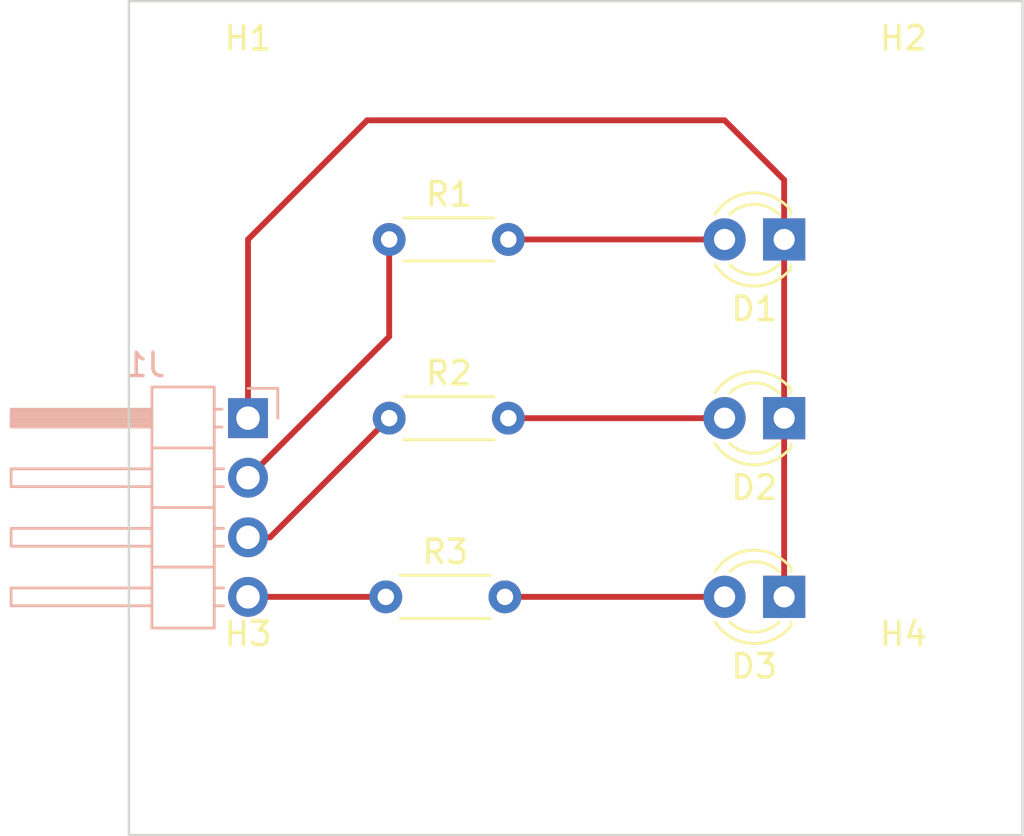
<source format=kicad_pcb>
(kicad_pcb (version 20221018) (generator pcbnew)
  (layers (0 "F.Cu" signal) (31 "B.Cu" signal) (34 "B.Paste" user) (35 "F.Paste" user) (36 "B.SilkS" user "B.Silkscreen") (37 "F.SilkS" user "F.Silkscreen") (38 "B.Mask" user) (39 "F.Mask" user) (44 "Edge.Cuts" user))
  (net 0 "")
  (net 1 "Net-(D1-K)")
  (net 2 "Net-(D1-A)")
  (net 3 "Net-(D2-A)")
  (net 4 "Net-(D3-A)")
  (net 5 "Net-(J1-Pin_2)")
  (net 6 "Net-(J1-Pin_3)")
  (net 7 "Net-(J1-Pin_4)")
  (footprint "Resistor_THT:R_Axial_DIN0204_L3.6mm_D1.6mm_P5.08mm_Horizontal" (layer "F.Cu") (at 150.8 88.9)
    (fp_text reference "R2" (at 2.54 -1.92) (layer "F.SilkS"))
    (fp_text value "R")
    (fp_line (start 0.62 -0.92) (end 4.46 -0.92) (stroke (width 0.12)) (layer "F.SilkS"))
    (fp_line (start 0.62 0.92) (end 4.46 0.92) (stroke (width 0.12)) (layer "F.SilkS"))
    (pad "1" thru_hole circle (at 0 0) (size 1.4 1.4) (drill 0.7) (layers "*.Cu" "*.Mask") (net 6 "Net-(J1-Pin_3)"))
    (pad "2" thru_hole oval (at 5.08 0) (size 1.4 1.4) (drill 0.7) (layers "*.Cu" "*.Mask") (net 3 "Net-(D2-A)"))
  )
  (footprint "MountingHole:MountingHole_2.5mm" (layer "F.Cu") (at 172.72 101.6)
    (fp_text reference "H4" (at 0 -3.5) (layer "F.SilkS"))
    (fp_text value "MountingHole")
    (pad "" np_thru_hole circle (at 0 0) (size 2.5 2.5) (drill 2.5) (layers "*.Cu" "*.Mask"))
  )
  (footprint "Resistor_THT:R_Axial_DIN0204_L3.6mm_D1.6mm_P5.08mm_Horizontal" (layer "F.Cu") (at 150.8 81.28)
    (fp_text reference "R1" (at 2.54 -1.92) (layer "F.SilkS"))
    (fp_text value "R")
    (fp_line (start 0.62 -0.92) (end 4.46 -0.92) (stroke (width 0.12)) (layer "F.SilkS"))
    (fp_line (start 0.62 0.92) (end 4.46 0.92) (stroke (width 0.12)) (layer "F.SilkS"))
    (pad "1" thru_hole circle (at 0 0) (size 1.4 1.4) (drill 0.7) (layers "*.Cu" "*.Mask") (net 5 "Net-(J1-Pin_2)"))
    (pad "2" thru_hole oval (at 5.08 0) (size 1.4 1.4) (drill 0.7) (layers "*.Cu" "*.Mask") (net 2 "Net-(D1-A)"))
  )
  (footprint "MountingHole:MountingHole_2.5mm" (layer "F.Cu") (at 172.72 76.2)
    (fp_text reference "H2" (at 0 -3.5) (layer "F.SilkS"))
    (fp_text value "MountingHole")
    (pad "" np_thru_hole circle (at 0 0) (size 2.5 2.5) (drill 2.5) (layers "*.Cu" "*.Mask"))
  )
  (footprint "Resistor_THT:R_Axial_DIN0204_L3.6mm_D1.6mm_P5.08mm_Horizontal" (layer "F.Cu") (at 150.655 96.52)
    (fp_text reference "R3" (at 2.54 -1.92) (layer "F.SilkS"))
    (fp_text value "R")
    (fp_line (start 0.62 -0.92) (end 4.46 -0.92) (stroke (width 0.12)) (layer "F.SilkS"))
    (fp_line (start 0.62 0.92) (end 4.46 0.92) (stroke (width 0.12)) (layer "F.SilkS"))
    (pad "1" thru_hole circle (at 0 0) (size 1.4 1.4) (drill 0.7) (layers "*.Cu" "*.Mask") (net 7 "Net-(J1-Pin_4)"))
    (pad "2" thru_hole oval (at 5.08 0) (size 1.4 1.4) (drill 0.7) (layers "*.Cu" "*.Mask") (net 4 "Net-(D3-A)"))
  )
  (footprint "MountingHole:MountingHole_2.5mm" (layer "F.Cu") (at 144.78 76.2)
    (fp_text reference "H1" (at 0 -3.5) (layer "F.SilkS"))
    (fp_text value "MountingHole")
    (pad "" np_thru_hole circle (at 0 0) (size 2.5 2.5) (drill 2.5) (layers "*.Cu" "*.Mask"))
  )
  (footprint "LED_THT:LED_D3.0mm" (layer "F.Cu") (at 167.64 81.28 180)
    (fp_text reference "D1" (at 1.27 -2.96) (layer "F.SilkS"))
    (fp_text value "LED")
    (fp_line (start -0.29 -1.236) (end -0.29 -1.08) (stroke (width 0.12)) (layer "F.SilkS"))
    (fp_line (start -0.29 1.08) (end -0.29 1.236) (stroke (width 0.12)) (layer "F.SilkS"))
    (fp_arc (start -0.29 -1.235516) (mid 1.366487 -1.987659) (end 2.942335 -1.078608) (stroke (width 0.12)) (layer "F.SilkS"))
    (fp_arc (start 0.229039 -1.08) (mid 1.270117 -1.5) (end 2.31113 -1.079837) (stroke (width 0.12)) (layer "F.SilkS"))
    (fp_arc (start 2.31113 1.079837) (mid 1.270117 1.5) (end 0.229039 1.08) (stroke (width 0.12)) (layer "F.SilkS"))
    (fp_arc (start 2.942335 1.078608) (mid 1.366487 1.987659) (end -0.29 1.235516) (stroke (width 0.12)) (layer "F.SilkS"))
    (pad "1" thru_hole rect (at 0 0 180) (size 1.8 1.8) (drill 0.9) (layers "*.Cu" "*.Mask") (net 1 "Net-(D1-K)"))
    (pad "2" thru_hole circle (at 2.54 0 180) (size 1.8 1.8) (drill 0.9) (layers "*.Cu" "*.Mask") (net 2 "Net-(D1-A)"))
  )
  (footprint "LED_THT:LED_D3.0mm" (layer "F.Cu") (at 167.64 96.52 180)
    (fp_text reference "D3" (at 1.27 -2.96) (layer "F.SilkS"))
    (fp_text value "LED")
    (fp_line (start -0.29 -1.236) (end -0.29 -1.08) (stroke (width 0.12)) (layer "F.SilkS"))
    (fp_line (start -0.29 1.08) (end -0.29 1.236) (stroke (width 0.12)) (layer "F.SilkS"))
    (fp_arc (start -0.29 -1.235516) (mid 1.366487 -1.987659) (end 2.942335 -1.078608) (stroke (width 0.12)) (layer "F.SilkS"))
    (fp_arc (start 0.229039 -1.08) (mid 1.270117 -1.5) (end 2.31113 -1.079837) (stroke (width 0.12)) (layer "F.SilkS"))
    (fp_arc (start 2.31113 1.079837) (mid 1.270117 1.5) (end 0.229039 1.08) (stroke (width 0.12)) (layer "F.SilkS"))
    (fp_arc (start 2.942335 1.078608) (mid 1.366487 1.987659) (end -0.29 1.235516) (stroke (width 0.12)) (layer "F.SilkS"))
    (pad "1" thru_hole rect (at 0 0 180) (size 1.8 1.8) (drill 0.9) (layers "*.Cu" "*.Mask") (net 1 "Net-(D1-K)"))
    (pad "2" thru_hole circle (at 2.54 0 180) (size 1.8 1.8) (drill 0.9) (layers "*.Cu" "*.Mask") (net 4 "Net-(D3-A)"))
  )
  (footprint "LED_THT:LED_D3.0mm" (layer "F.Cu") (at 167.64 88.9 180)
    (fp_text reference "D2" (at 1.27 -2.96) (layer "F.SilkS"))
    (fp_text value "LED")
    (fp_line (start -0.29 -1.236) (end -0.29 -1.08) (stroke (width 0.12)) (layer "F.SilkS"))
    (fp_line (start -0.29 1.08) (end -0.29 1.236) (stroke (width 0.12)) (layer "F.SilkS"))
    (fp_arc (start -0.29 -1.235516) (mid 1.366487 -1.987659) (end 2.942335 -1.078608) (stroke (width 0.12)) (layer "F.SilkS"))
    (fp_arc (start 0.229039 -1.08) (mid 1.270117 -1.5) (end 2.31113 -1.079837) (stroke (width 0.12)) (layer "F.SilkS"))
    (fp_arc (start 2.31113 1.079837) (mid 1.270117 1.5) (end 0.229039 1.08) (stroke (width 0.12)) (layer "F.SilkS"))
    (fp_arc (start 2.942335 1.078608) (mid 1.366487 1.987659) (end -0.29 1.235516) (stroke (width 0.12)) (layer "F.SilkS"))
    (pad "1" thru_hole rect (at 0 0 180) (size 1.8 1.8) (drill 0.9) (layers "*.Cu" "*.Mask") (net 1 "Net-(D1-K)"))
    (pad "2" thru_hole circle (at 2.54 0 180) (size 1.8 1.8) (drill 0.9) (layers "*.Cu" "*.Mask") (net 3 "Net-(D2-A)"))
  )
  (footprint "MountingHole:MountingHole_2.5mm" (layer "F.Cu") (at 144.78 101.6)
    (fp_text reference "H3" (at 0 -3.5) (layer "F.SilkS"))
    (fp_text value "MountingHole")
    (pad "" np_thru_hole circle (at 0 0) (size 2.5 2.5) (drill 2.5) (layers "*.Cu" "*.Mask"))
  )
  (footprint "Connector_PinHeader_2.54mm:PinHeader_1x04_P2.54mm_Horizontal" (layer "B.Cu") (at 144.78 88.9 180)
    (fp_text reference "J1" (at 4.385 2.27) (layer "B.SilkS") (effects (justify mirror)))
    (fp_text value "Conn_01x04")
    (fp_line (start -1.27 0) (end -1.27 1.27) (stroke (width 0.12)) (layer "B.SilkS"))
    (fp_line (start -1.27 1.27) (end 0 1.27) (stroke (width 0.12)) (layer "B.SilkS"))
    (fp_line (start 1.042929 -8) (end 1.44 -8) (stroke (width 0.12)) (layer "B.SilkS"))
    (fp_line (start 1.042929 -7.24) (end 1.44 -7.24) (stroke (width 0.12)) (layer "B.SilkS"))
    (fp_line (start 1.042929 -5.46) (end 1.44 -5.46) (stroke (width 0.12)) (layer "B.SilkS"))
    (fp_line (start 1.042929 -4.7) (end 1.44 -4.7) (stroke (width 0.12)) (layer "B.SilkS"))
    (fp_line (start 1.042929 -2.92) (end 1.44 -2.92) (stroke (width 0.12)) (layer "B.SilkS"))
    (fp_line (start 1.042929 -2.16) (end 1.44 -2.16) (stroke (width 0.12)) (layer "B.SilkS"))
    (fp_line (start 1.11 -0.38) (end 1.44 -0.38) (stroke (width 0.12)) (layer "B.SilkS"))
    (fp_line (start 1.11 0.38) (end 1.44 0.38) (stroke (width 0.12)) (layer "B.SilkS"))
    (fp_line (start 1.44 -8.95) (end 4.1 -8.95) (stroke (width 0.12)) (layer "B.SilkS"))
    (fp_line (start 1.44 -6.35) (end 4.1 -6.35) (stroke (width 0.12)) (layer "B.SilkS"))
    (fp_line (start 1.44 -3.81) (end 4.1 -3.81) (stroke (width 0.12)) (layer "B.SilkS"))
    (fp_line (start 1.44 -1.27) (end 4.1 -1.27) (stroke (width 0.12)) (layer "B.SilkS"))
    (fp_line (start 1.44 1.33) (end 1.44 -8.95) (stroke (width 0.12)) (layer "B.SilkS"))
    (fp_line (start 4.1 -8.95) (end 4.1 1.33) (stroke (width 0.12)) (layer "B.SilkS"))
    (fp_line (start 4.1 -7.24) (end 10.1 -7.24) (stroke (width 0.12)) (layer "B.SilkS"))
    (fp_line (start 4.1 -4.7) (end 10.1 -4.7) (stroke (width 0.12)) (layer "B.SilkS"))
    (fp_line (start 4.1 -2.16) (end 10.1 -2.16) (stroke (width 0.12)) (layer "B.SilkS"))
    (fp_line (start 4.1 -0.28) (end 10.1 -0.28) (stroke (width 0.12)) (layer "B.SilkS"))
    (fp_line (start 4.1 -0.16) (end 10.1 -0.16) (stroke (width 0.12)) (layer "B.SilkS"))
    (fp_line (start 4.1 -0.04) (end 10.1 -0.04) (stroke (width 0.12)) (layer "B.SilkS"))
    (fp_line (start 4.1 0.08) (end 10.1 0.08) (stroke (width 0.12)) (layer "B.SilkS"))
    (fp_line (start 4.1 0.2) (end 10.1 0.2) (stroke (width 0.12)) (layer "B.SilkS"))
    (fp_line (start 4.1 0.32) (end 10.1 0.32) (stroke (width 0.12)) (layer "B.SilkS"))
    (fp_line (start 4.1 0.38) (end 10.1 0.38) (stroke (width 0.12)) (layer "B.SilkS"))
    (fp_line (start 4.1 1.33) (end 1.44 1.33) (stroke (width 0.12)) (layer "B.SilkS"))
    (fp_line (start 10.1 -8) (end 4.1 -8) (stroke (width 0.12)) (layer "B.SilkS"))
    (fp_line (start 10.1 -7.24) (end 10.1 -8) (stroke (width 0.12)) (layer "B.SilkS"))
    (fp_line (start 10.1 -5.46) (end 4.1 -5.46) (stroke (width 0.12)) (layer "B.SilkS"))
    (fp_line (start 10.1 -4.7) (end 10.1 -5.46) (stroke (width 0.12)) (layer "B.SilkS"))
    (fp_line (start 10.1 -2.92) (end 4.1 -2.92) (stroke (width 0.12)) (layer "B.SilkS"))
    (fp_line (start 10.1 -2.16) (end 10.1 -2.92) (stroke (width 0.12)) (layer "B.SilkS"))
    (fp_line (start 10.1 -0.38) (end 4.1 -0.38) (stroke (width 0.12)) (layer "B.SilkS"))
    (fp_line (start 10.1 0.38) (end 10.1 -0.38) (stroke (width 0.12)) (layer "B.SilkS"))
    (pad "1" thru_hole rect (at 0 0 180) (size 1.7 1.7) (drill 1) (layers "*.Cu" "*.Mask") (net 1 "Net-(D1-K)"))
    (pad "2" thru_hole oval (at 0 -2.54 180) (size 1.7 1.7) (drill 1) (layers "*.Cu" "*.Mask") (net 5 "Net-(J1-Pin_2)"))
    (pad "3" thru_hole oval (at 0 -5.08 180) (size 1.7 1.7) (drill 1) (layers "*.Cu" "*.Mask") (net 6 "Net-(J1-Pin_3)"))
    (pad "4" thru_hole oval (at 0 -7.62 180) (size 1.7 1.7) (drill 1) (layers "*.Cu" "*.Mask") (net 7 "Net-(J1-Pin_4)"))
  )
  (gr_poly (pts (xy 139.7 71.12) (xy 177.8 71.12) (xy 177.8 106.68) (xy 139.7 106.68)) (stroke (width 0.1)) (fill none) (layer "Edge.Cuts"))
  (segment (start 144.78 81.28) (end 144.78 88.9) (width 0.25) (layer "F.Cu") (net 1))
  (segment (start 167.64 88.9) (end 167.64 96.52) (width 0.25) (layer "F.Cu") (net 1))
  (segment (start 167.64 81.28) (end 167.64 78.74) (width 0.25) (layer "F.Cu") (net 1))
  (segment (start 167.64 81.28) (end 167.64 88.9) (width 0.25) (layer "F.Cu") (net 1))
  (segment (start 165.1 76.2) (end 149.86 76.2) (width 0.25) (layer "F.Cu") (net 1))
  (segment (start 149.86 76.2) (end 144.78 81.28) (width 0.25) (layer "F.Cu") (net 1))
  (segment (start 167.64 78.74) (end 165.1 76.2) (width 0.25) (layer "F.Cu") (net 1))
  (segment (start 165.1 81.28) (end 155.88 81.28) (width 0.25) (layer "F.Cu") (net 2))
  (segment (start 155.88 88.9) (end 165.1 88.9) (width 0.25) (layer "F.Cu") (net 3))
  (segment (start 165.1 96.52) (end 155.735 96.52) (width 0.25) (layer "F.Cu") (net 4))
  (segment (start 150.8 81.28) (end 150.8 85.42) (width 0.25) (layer "F.Cu") (net 5))
  (segment (start 150.8 85.42) (end 144.78 91.44) (width 0.25) (layer "F.Cu") (net 5))
  (segment (start 145.72 93.98) (end 144.78 93.98) (width 0.25) (layer "F.Cu") (net 6))
  (segment (start 150.8 88.9) (end 145.72 93.98) (width 0.25) (layer "F.Cu") (net 6))
  (segment (start 150.655 96.52) (end 144.78 96.52) (width 0.25) (layer "F.Cu") (net 7))
)
</source>
